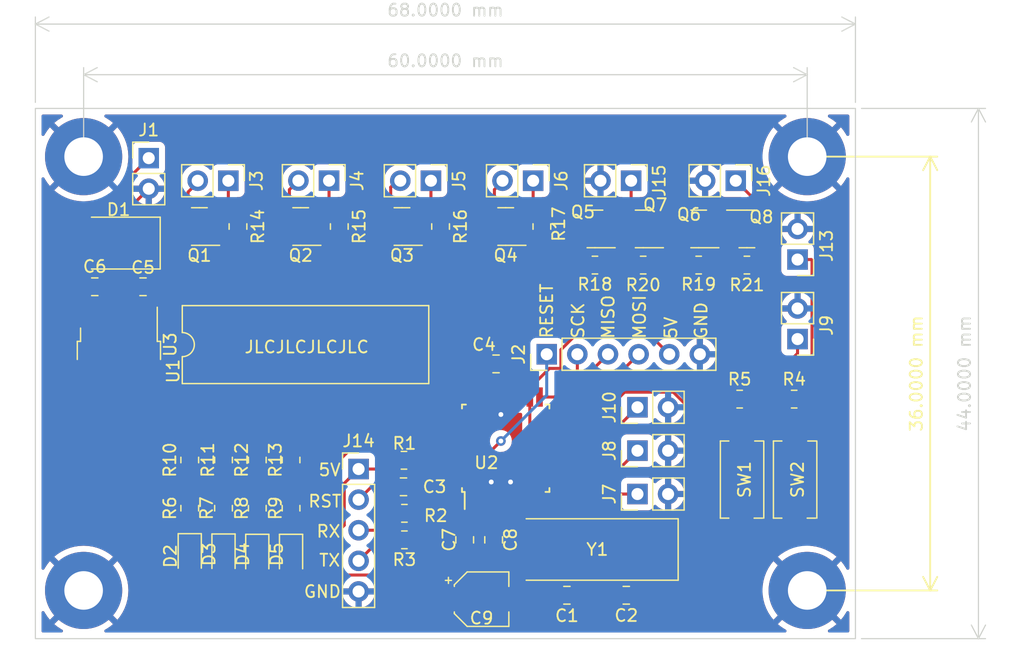
<source format=kicad_pcb>
(kicad_pcb (version 20211014) (generator pcbnew)
  (layers (0 "F.Cu" signal) (31 "B.Cu" signal) (34 "B.Paste" user) (35 "F.Paste" user) (36 "B.SilkS" user "B.Silkscreen") (37 "F.SilkS" user "F.Silkscreen") (38 "B.Mask" user) (39 "F.Mask" user) (44 "Edge.Cuts" user))
  (net 0 "")
  (net 1 "Net-(C1-Pad1)")
  (net 2 "GND")
  (net 3 "Net-(C2-Pad1)")
  (net 4 "RESET")
  (net 5 "Net-(C4-Pad1)")
  (net 6 "+12V")
  (net 7 "+5V")
  (net 8 "Net-(D1-Pad2)")
  (net 9 "Net-(D2-Pad1)")
  (net 10 "Net-(D3-Pad1)")
  (net 11 "Net-(D4-Pad1)")
  (net 12 "Net-(D5-Pad1)")
  (net 13 "Net-(R14-Pad1)")
  (net 14 "Net-(J3-Pad2)")
  (net 15 "Net-(J4-Pad1)")
  (net 16 "Net-(U3-Pad13)")
  (net 17 "Net-(J5-Pad1)")
  (net 18 "MISO")
  (net 19 "SCK")
  (net 20 "MOSI")
  (net 21 "CFG0")
  (net 22 "CFG1")
  (net 23 "IN1")
  (net 24 "CFG2")
  (net 25 "Net-(U3-Pad11)")
  (net 26 "Net-(J6-Pad1)")
  (net 27 "IN2")
  (net 28 "MCU_RX")
  (net 29 "MCU_TX")
  (net 30 "Net-(U3-Pad9)")
  (net 31 "Net-(J15-Pad1)")
  (net 32 "Net-(J16-Pad1)")
  (net 33 "Net-(R14-Pad2)")
  (net 34 "Net-(U3-Pad14)")
  (net 35 "Net-(R2-Pad1)")
  (net 36 "Net-(R3-Pad1)")
  (net 37 "OUT_1")
  (net 38 "OUT_2")
  (net 39 "OUT_3")
  (net 40 "OUT_4")
  (net 41 "Net-(R10-Pad2)")
  (net 42 "Net-(R11-Pad2)")
  (net 43 "Net-(R12-Pad2)")
  (net 44 "Net-(R13-Pad2)")
  (net 48 "Net-(U3-Pad12)")
  (net 49 "Net-(U3-Pad10)")
  (net 50 "Net-(Q5-Pad1)")
  (net 51 "Net-(Q5-Pad3)")
  (net 52 "Net-(Q6-Pad1)")
  (net 53 "Net-(Q6-Pad3)")
  (net 54 "12V_OUT_1")
  (net 55 "12V_OUT_2")
  (net 57 "Net-(J14-Pad2)")
  (net 58 "Net-(U2-Pad13)")
  (net 59 "Net-(U2-Pad14)")
  (footprint "Resistor_SMD:R_0805_2012Metric_Pad1.20x1.40mm_HandSolder" (layer "F.Cu") (at 73.6 72.375 90)
    (fp_text reference "R6")
    (fp_text value "1k")
  )
  (footprint "Resistor_SMD:R_0805_2012Metric_Pad1.20x1.40mm_HandSolder" (layer "F.Cu") (at 76.4 68.375 90)
    (fp_text reference "R11")
    (fp_text value "190")
  )
  (footprint "Connector_PinHeader_2.54mm:PinHeader_1x05_P2.54mm_Vertical" (layer "F.Cu") (at 87.6 69.125)
    (fp_text reference "J14")
    (fp_text value "Conn_01x05_Male")
  )
  (footprint "Connector_PinHeader_2.54mm:PinHeader_1x02_P2.54mm_Vertical" (layer "F.Cu") (at 85.15 45.1925 -90)
    (fp_text reference "J4")
    (fp_text value "OUT 2")
  )
  (footprint "Resistor_SMD:R_0805_2012Metric_Pad1.20x1.40mm_HandSolder" (layer "F.Cu") (at 86 49 -90)
    (fp_text reference "R15")
    (fp_text value "R")
  )
  (footprint "Connector_PinHeader_2.54mm:PinHeader_1x02_P2.54mm_Vertical" (layer "F.Cu") (at 102.075 45.2 -90)
    (fp_text reference "J6")
    (fp_text value "OUT 4")
  )
  (footprint "Connector_PinHeader_2.54mm:PinHeader_1x02_P2.54mm_Vertical" (layer "F.Cu") (at 70.2 43.325)
    (fp_text reference "J1")
    (fp_text value "Jack-DC")
  )
  (footprint "Package_TO_SOT_SMD:SOT-23" (layer "F.Cu") (at 99.8 49 180)
    (fp_text reference "Q4")
    (fp_text value "DMG2301L")
  )
  (footprint "Resistor_SMD:R_0805_2012Metric_Pad1.20x1.40mm_HandSolder" (layer "F.Cu") (at 115.8 52.2)
    (fp_text reference "R19")
    (fp_text value "220")
  )
  (footprint "LED_SMD:LED_0805_2012Metric_Pad1.15x1.40mm_HandSolder" (layer "F.Cu") (at 79.2 76.4 -90)
    (fp_text reference "D4")
    (fp_text value "LED")
  )
  (footprint "Diode_SMD:D_SMB" (layer "F.Cu") (at 67.6 50.375 180)
    (fp_text reference "D1")
    (fp_text value "S2JTR")
  )
  (footprint "Resistor_SMD:R_0805_2012Metric_Pad1.20x1.40mm_HandSolder" (layer "F.Cu") (at 119.2 63.325)
    (fp_text reference "R5")
    (fp_text value "1k")
  )
  (footprint "Package_TO_SOT_SMD:SOT-23" (layer "F.Cu") (at 91.2 49 180)
    (fp_text reference "Q3")
    (fp_text value "DMG2301L")
  )
  (footprint "Capacitor_SMD:C_0805_2012Metric_Pad1.18x1.45mm_HandSolder" (layer "F.Cu") (at 109.8 79.6 180)
    (fp_text reference "C2")
    (fp_text value "C")
  )
  (footprint "LED_SMD:LED_0805_2012Metric_Pad1.15x1.40mm_HandSolder" (layer "F.Cu") (at 73.6 76.35 -90)
    (fp_text reference "D2")
    (fp_text value "LED")
  )
  (footprint "MountingHole:MountingHole_3.2mm_M3_Pad" (layer "F.Cu") (at 124.8 79.2)
    (fp_text reference "H4")
    (fp_text value "MountingHole_Pad")
  )
  (footprint "Package_TO_SOT_SMD:SOT-23" (layer "F.Cu") (at 115.8 49.2 180)
    (fp_text reference "Q6")
    (fp_text value "BC847")
  )
  (footprint "Resistor_SMD:R_0805_2012Metric_Pad1.20x1.40mm_HandSolder" (layer "F.Cu") (at 119.8 52.2 180)
    (fp_text reference "R21")
    (fp_text value "10k")
  )
  (footprint "Resistor_SMD:R_0805_2012Metric_Pad1.20x1.40mm_HandSolder" (layer "F.Cu") (at 91.4 72.8 180)
    (fp_text reference "R2")
    (fp_text value "1k")
  )
  (footprint "Capacitor_SMD:C_0805_2012Metric_Pad1.18x1.45mm_HandSolder" (layer "F.Cu") (at 98.8 75 -90)
    (fp_text reference "C8")
    (fp_text value "1uF")
  )
  (footprint "LED_SMD:LED_0805_2012Metric_Pad1.15x1.40mm_HandSolder" (layer "F.Cu") (at 76.4 76.375 -90)
    (fp_text reference "D3")
    (fp_text value "LED")
  )
  (footprint "Resistor_SMD:R_0805_2012Metric_Pad1.20x1.40mm_HandSolder" (layer "F.Cu") (at 111.2 52.2 180)
    (fp_text reference "R20")
    (fp_text value "10k")
  )
  (footprint "Connector_PinHeader_2.54mm:PinHeader_1x02_P2.54mm_Vertical" (layer "F.Cu") (at 124 58.34 180)
    (fp_text reference "J9")
    (fp_text value "IN1")
  )
  (footprint "Package_TO_SOT_SMD:SOT-23" (layer "F.Cu") (at 82.8 49 180)
    (fp_text reference "Q2")
    (fp_text value "DMG2301L")
  )
  (footprint "Resistor_SMD:R_0805_2012Metric_Pad1.20x1.40mm_HandSolder" (layer "F.Cu") (at 102.8 49 -90)
    (fp_text reference "R17")
    (fp_text value "R")
  )
  (footprint "Capacitor_SMD:C_0805_2012Metric_Pad1.18x1.45mm_HandSolder" (layer "F.Cu") (at 104.875 79.6)
    (fp_text reference "C1")
    (fp_text value "C")
  )
  (footprint "Connector_PinHeader_2.54mm:PinHeader_1x06_P2.54mm_Vertical" (layer "F.Cu") (at 103.2 59.6 90)
    (fp_text reference "J2")
    (fp_text value "ISP")
  )
  (footprint "Crystal:Crystal_SMD_HC49-SD" (layer "F.Cu") (at 107.4 75.8 180)
    (fp_text reference "Y1")
    (fp_text value "Crystal")
  )
  (footprint "Connector_PinHeader_2.54mm:PinHeader_1x02_P2.54mm_Vertical" (layer "F.Cu") (at 93.6 45.2 -90)
    (fp_text reference "J5")
    (fp_text value "OUT 3")
  )
  (footprint "Resistor_SMD:R_0805_2012Metric_Pad1.20x1.40mm_HandSolder" (layer "F.Cu") (at 76.4 72.375 90)
    (fp_text reference "R7")
    (fp_text value "1k")
  )
  (footprint "Resistor_SMD:R_0805_2012Metric_Pad1.20x1.40mm_HandSolder" (layer "F.Cu") (at 91.3625 68.4 180)
    (fp_text reference "R1")
    (fp_text value "1k")
  )
  (footprint "Resistor_SMD:R_0805_2012Metric_Pad1.20x1.40mm_HandSolder" (layer "F.Cu") (at 82 72.375 90)
    (fp_text reference "R9")
    (fp_text value "1k")
  )
  (footprint "Package_TO_SOT_SMD:SOT-23" (layer "F.Cu") (at 119.8 49.2)
    (fp_text reference "Q8")
    (fp_text value "DMG2301L")
  )
  (footprint "Package_QFP:TQFP-32_7x7mm_P0.8mm" (layer "F.Cu") (at 99.8 67.4 90)
    (fp_text reference "U2")
    (fp_text value "ATmega8A-A")
  )
  (footprint "Resistor_SMD:R_0805_2012Metric_Pad1.20x1.40mm_HandSolder" (layer "F.Cu") (at 107.2 52.2)
    (fp_text reference "R18")
    (fp_text value "220")
  )
  (footprint "Resistor_SMD:R_0805_2012Metric_Pad1.20x1.40mm_HandSolder" (layer "F.Cu") (at 94.4 49 -90)
    (fp_text reference "R16")
    (fp_text value "R")
  )
  (footprint "Connector_PinHeader_2.54mm:PinHeader_1x02_P2.54mm_Vertical" (layer "F.Cu") (at 124 51.74 180)
    (fp_text reference "J13")
    (fp_text value "IN2")
  )
  (footprint "Package_TO_SOT_SMD:TO-252-2" (layer "F.Cu") (at 67.725 61 -90)
    (fp_text reference "U1")
    (fp_text value "L7805")
  )
  (footprint "Capacitor_SMD:CP_Elec_4x4.5" (layer "F.Cu") (at 97.8 79.925)
    (fp_text reference "C9")
    (fp_text value "4.7uF")
  )
  (footprint "Resistor_SMD:R_0805_2012Metric_Pad1.20x1.40mm_HandSolder" (layer "F.Cu") (at 123.72 63.325)
    (fp_text reference "R4")
    (fp_text value "1k")
  )
  (footprint "Capacitor_SMD:C_0805_2012Metric_Pad1.18x1.45mm_HandSolder" (layer "F.Cu") (at 99 60.4 180)
    (fp_text reference "C4")
    (fp_text value "100nF")
  )
  (footprint "Resistor_SMD:R_0805_2012Metric_Pad1.20x1.40mm_HandSolder" (layer "F.Cu") (at 73.6 68.375 90)
    (fp_text reference "R10")
    (fp_text value "190")
  )
  (footprint "Resistor_SMD:R_0805_2012Metric_Pad1.20x1.40mm_HandSolder" (layer "F.Cu") (at 79.2 68.375 90)
    (fp_text reference "R12")
    (fp_text value "190")
  )
  (footprint "Connector_PinHeader_2.54mm:PinHeader_1x02_P2.54mm_Vertical" (layer "F.Cu") (at 118.875 45.2 -90)
    (fp_text reference "J16")
    (fp_text value "12V OUT 2")
  )
  (footprint "Resistor_SMD:R_0805_2012Metric_Pad1.20x1.40mm_HandSolder" (layer "F.Cu") (at 82 68.375 90)
    (fp_text reference "R13")
    (fp_text value "190")
  )
  (footprint "Package_DIP:SMDIP-16_W9.53mm" (layer "F.Cu") (at 83.2 58.8 90)
    (fp_text reference "U3")
    (fp_text value "LTV-847S")
  )
  (footprint "Package_TO_SOT_SMD:SOT-23" (layer "F.Cu") (at 107.2 49.2 180)
    (fp_text reference "Q5")
    (fp_text value "BC847")
  )
  (footprint "MountingHole:MountingHole_3.2mm_M3_Pad" (layer "F.Cu") (at 64.8 79.2)
    (fp_text reference "H1")
    (fp_text value "MountingHole_Pad")
  )
  (footprint "Connector_PinHeader_2.54mm:PinHeader_1x02_P2.54mm_Vertical" (layer "F.Cu") (at 110.725 67.6 90)
    (fp_text reference "J8")
    (fp_text value "Conn_01x02_Female")
  )
  (footprint "Capacitor_SMD:C_0805_2012Metric_Pad1.18x1.45mm_HandSolder" (layer "F.Cu") (at 91.325 70.6)
    (fp_text reference "C3")
    (fp_text value "100nF")
  )
  (footprint "Resistor_SMD:R_0805_2012Metric_Pad1.20x1.40mm_HandSolder" (layer "F.Cu") (at 79.2 72.375 90)
    (fp_text reference "R8")
    (fp_text value "1k")
  )
  (footprint "MountingHole:MountingHole_3.2mm_M3_Pad" (layer "F.Cu") (at 64.8 43.2)
    (fp_text reference "H3")
    (fp_text value "MountingHole_Pad")
  )
  (footprint "MountingHole:MountingHole_3.2mm_M3_Pad" (layer "F.Cu") (at 124.8 43.2)
    (fp_text reference "H2")
    (fp_text value "MountingHole_Pad")
  )
  (footprint "Button_Switch_SMD:PTS636_SL43_SMTR_LFS" (layer "F.Cu") (at 123.6 70 90)
    (fp_text reference "SW2")
    (fp_text value "IN1")
  )
  (footprint "Resistor_SMD:R_0805_2012Metric_Pad1.20x1.40mm_HandSolder" (layer "F.Cu") (at 91.4 75 180)
    (fp_text reference "R3")
    (fp_text value "1k")
  )
  (footprint "Connector_PinHeader_2.54mm:PinHeader_1x02_P2.54mm_Vertical" (layer "F.Cu") (at 76.8 45.2 -90)
    (fp_text reference "J3")
    (fp_text value "OUT 1")
  )
  (footprint "Package_TO_SOT_SMD:SOT-23" (layer "F.Cu") (at 74.4 49 180)
    (fp_text reference "Q1")
    (fp_text value "DMG2301L")
  )
  (footprint "Resistor_SMD:R_0805_2012Metric_Pad1.20x1.40mm_HandSolder" (layer "F.Cu") (at 77.6 49 -90)
    (fp_text reference "R14")
    (fp_text value "R")
  )
  (footprint "LED_SMD:LED_0805_2012Metric_Pad1.15x1.40mm_HandSolder" (layer "F.Cu") (at 82 76.4 -90)
    (fp_text reference "D5")
    (fp_text value "LED")
  )
  (footprint "Connector_PinHeader_2.54mm:PinHeader_1x02_P2.54mm_Vertical" (layer "F.Cu") (at 110.2 45.2 -90)
    (fp_text reference "J15")
    (fp_text value "12V OUT 1")
  )
  (footprint "Connector_PinHeader_2.54mm:PinHeader_1x02_P2.54mm_Vertical" (layer "F.Cu") (at 110.725 71.2 90)
    (fp_text reference "J7")
    (fp_text value "Conn_01x02_Female")
  )
  (footprint "Package_TO_SOT_SMD:SOT-23" (layer "F.Cu") (at 111.2 49.2 180)
    (fp_text reference "Q7")
    (fp_text value "DMG2301L")
  )
  (footprint "Capacitor_SMD:C_0805_2012Metric_Pad1.18x1.45mm_HandSolder" (layer "F.Cu") (at 96.4 75 -90)
    (fp_text reference "C7")
    (fp_text value "1uF")
  )
  (footprint "Capacitor_SMD:C_0805_2012Metric_Pad1.18x1.45mm_HandSolder" (layer "F.Cu") (at 69.725 54 180)
    (fp_text reference "C5")
    (fp_text value "10uF")
  )
  (footprint "Capacitor_SMD:C_0805_2012Metric_Pad1.18x1.45mm_HandSolder" (layer "F.Cu") (at 65.725 54)
    (fp_text reference "C6")
    (fp_text value "100nF")
  )
  (footprint "Connector_PinHeader_2.54mm:PinHeader_1x02_P2.54mm_Vertical" (layer "F.Cu") (at 110.725 64 90)
    (fp_text reference "J10")
    (fp_text value "Conn_01x02_Female")
  )
  (footprint "Button_Switch_SMD:PTS636_SL43_SMTR_LFS" (layer "F.Cu") (at 119.2 70 90)
    (fp_text reference "SW1")
    (fp_text value "IN1")
  )
  (gr_rect (start 60.8 39.2) (end 128.8 83.2) (layer "Edge.Cuts") (width 0.1) (fill none))
  (gr_text "RESET" (at 103.2 56 90) (layer "F.SilkS") (effects (font (size 1 1))))
  (gr_text "SCK" (at 105.8 56.8 90) (layer "F.SilkS") (effects (font (size 1 1))))
  (gr_text "5V" (at 85.2 69.2) (layer "F.SilkS") (effects (font (size 1 1))))
  (gr_text "MOSI" (at 110.9 56.5 90) (layer "F.SilkS") (effects (font (size 1 1))))
  (gr_text "JLCJLCJLCJLC" (at 83.3 59) (layer "F.SilkS") (effects (font (size 1 1))))
  (gr_text "MISO" (at 108.3 56.5 90) (layer "F.SilkS") (effects (font (size 1 1))))
  (gr_text "5V" (at 113.5 57.4 90) (layer "F.SilkS") (effects (font (size 1 1))))
  (gr_text "GND" (at 116 56.8 90) (layer "F.SilkS") (effects (font (size 1 1))))
  (gr_text "RX" (at 85.1 74.3) (layer "F.SilkS") (effects (font (size 1 1))))
  (gr_text "TX" (at 85.2 76.7) (layer "F.SilkS") (effects (font (size 1 1))))
  (gr_text "RST" (at 84.8 71.8) (layer "F.SilkS") (effects (font (size 1 1))))
  (gr_text "GND" (at 84.6 79.3) (layer "F.SilkS") (effects (font (size 1 1))))
  (dimension (type aligned) (layer "F.SilkS") (pts (xy 124.8 43.2) (xy 124.8 79.2)) (height -10.2) (gr_text "36,0000 mm" (at 133.85 61.2 90) (layer "F.SilkS") (effects (font (size 1 1) (thickness 0.15)))) (format (units 3) (units_format 1) (precision 4)) (style (thickness 0.15) (arrow_length 1.27) (text_position_mode 0) (extension_height 0.58642) (extension_offset 0.5) keep_text_aligned))
  (dimension (type aligned) (layer "Edge.Cuts") (pts (xy 60.8 39.2) (xy 128.8 39.2)) (height -7) (gr_text "68,0000 mm" (at 94.8 31.05) (layer "Edge.Cuts") (effects (font (size 1 1) (thickness 0.15)))) (format (units 3) (units_format 1) (precision 4)) (style (thickness 0.1) (arrow_length 1.27) (text_position_mode 0) (extension_height 0.58642) (extension_offset 0.5) keep_text_aligned))
  (dimension (type aligned) (layer "Edge.Cuts") (pts (xy 128.8 83.2) (xy 128.8 39.2)) (height 10.2) (gr_text "44,0000 mm" (at 137.85 61.2 90) (layer "Edge.Cuts") (effects (font (size 1 1) (thickness 0.15)))) (format (units 3) (units_format 1) (precision 4)) (style (thickness 0.1) (arrow_length 1.27) (text_position_mode 0) (extension_height 0.58642) (extension_offset 0.5) keep_text_aligned))
  (dimension (type aligned) (layer "Edge.Cuts") (pts (xy 64.8 43.2) (xy 124.8 43.2)) (height -6.8) (gr_text "60,0000 mm" (at 94.8 35.25) (layer "Edge.Cuts") (effects (font (size 1 1) (thickness 0.15)))) (format (units 3) (units_format 1) (precision 4)) (style (thickness 0.1) (arrow_length 1.27) (text_position_mode 0) (extension_height 0.58642) (extension_offset 0.5) keep_text_aligned))
  (segment (start 101.8 74.45) (end 103.15 75.8) (width 0.25) (layer "F.Cu") (net 1))
  (segment (start 103.15 78.9125) (end 103.15 75.8) (width 0.25) (layer "F.Cu") (net 1))
  (segment (start 101.8 71.65) (end 101.8 74.45) (width 0.25) (layer "F.Cu") (net 1))
  (segment (start 103.8375 79.6) (end 103.15 78.9125) (width 0.25) (layer "F.Cu") (net 1))
  (segment (start 66.7625 54) (end 67.6 54) (width 0.25) (layer "F.Cu") (net 2))
  (segment (start 97.9625 60.4) (end 99.4 61.8375) (width 0.25) (layer "F.Cu") (net 2))
  (segment (start 116.335 45.2) (end 116.335 47.8475) (width 0.25) (layer "F.Cu") (net 2))
  (segment (start 67.8 54) (end 68.6875 54) (width 0.25) (layer "F.Cu") (net 2))
  (segment (start 70.2 45.865) (end 67.8 48.265) (width 0.25) (layer "F.Cu") (net 2))
  (segment (start 105.9125 79.6) (end 108.7625 79.6) (width 0.25) (layer "F.Cu") (net 2))
  (segment (start 108.1375 48.25) (end 107.66 47.7725) (width 0.25) (layer "F.Cu") (net 2))
  (segment (start 98.8 76.0375) (end 98.8 79.125) (width 0.25) (layer "F.Cu") (net 2))
  (segment (start 100.2 74.6375) (end 100.2 71.65) (width 0.25) (layer "F.Cu") (net 2))
  (segment (start 107.66 47.7725) (end 107.66 45.2) (width 0.25) (layer "F.Cu") (net 2))
  (segment (start 67.8 48.265) (end 67.8 54) (width 0.25) (layer "F.Cu") (net 2))
  (segment (start 98.6 71.65) (end 98.6 70.2) (width 0.25) (layer "F.Cu") (net 2))
  (segment (start 98.8 76.0375) (end 100.2 74.6375) (width 0.25) (layer "F.Cu") (net 2))
  (segment (start 116.335 47.8475) (end 116.7375 48.25) (width 0.25) (layer "F.Cu") (net 2))
  (segment (start 98.8 76.0375) (end 96.4 76.0375) (width 0.25) (layer "F.Cu") (net 2))
  (segment (start 99.4 63.15) (end 99.4 64.6) (width 0.25) (layer "F.Cu") (net 2))
  (segment (start 99.6 79.925) (end 100.325 80.65) (width 0.25) (layer "F.Cu") (net 2))
  (segment (start 67.6 54) (end 67.8 54) (width 0.25) (layer "F.Cu") (net 2))
  (segment (start 98.8 79.125) (end 99.6 79.925) (width 0.25) (layer "F.Cu") (net 2))
  (segment (start 100.2 71.65) (end 100.2 70.2) (width 0.25) (layer "F.Cu") (net 2))
  (segment (start 99.4 61.8375) (end 99.4 63.15) (width 0.25) (layer "F.Cu") (net 2))
  (via (at 98.6 70.2) (size 0.8) (drill 0.4) (layers "F.Cu" "B.Cu") (net 2))
  (via (at 99.4 64.6) (size 0.8) (drill 0.4) (layers "F.Cu" "B.Cu") (net 2))
  (via (at 100.2 70.2) (size 0.8) (drill 0.4) (layers "F.Cu" "B.Cu") (net 2))
  (segment (start 102.6 71.65) (end 107.5 71.65) (width 0.25) (layer "F.Cu") (net 3))
  (segment (start 107.5 71.65) (end 111.65 75.8) (width 0.25) (layer "F.Cu") (net 3))
  (segment (start 110.8375 79.6) (end 111.65 78.7875) (width 0.25) (layer "F.Cu") (net 3))
  (segment (start 111.65 78.7875) (end 111.65 75.8) (width 0.25) (layer "F.Cu") (net 3))
  (segment (start 92.9625 67.8) (end 95.55 67.8) (width 0.25) (layer "F.Cu") (net 4))
  (segment (start 92.3625 68.4) (end 92.9625 67.8) (width 0.25) (layer "F.Cu") (net 4))
  (segment (start 92.3625 70.6) (end 92.3625 68.4) (width 0.25) (layer "F.Cu") (net 4))
  (segment (start 95.55 67.8) (end 98.4 67.8) (width 0.25) (layer "F.Cu") (net 4))
  (segment (start 98.4 67.8) (end 99.4 66.8) (width 0.25) (layer "F.Cu") (net 4))
  (via (at 99.4 66.8) (size 0.8) (drill 0.4) (layers "F.Cu" "B.Cu") (net 4))
  (segment (start 103.2 63) (end 103.2 59.6) (width 0.25) (layer "B.Cu") (net 4))
  (segment (start 99.4 66.8) (end 103.2 63) (width 0.25) (layer "B.Cu") (net 4))
  (segment (start 100.0375 60.4) (end 100.2 60.5625) (width 0.25) (layer "F.Cu") (net 5))
  (segment (start 100.2 60.5625) (end 100.2 63.15) (width 0.25) (layer "F.Cu") (net 5))
  (segment (start 70.7625 54) (end 70.7625 54.5625) (width 0.25) (layer "F.Cu") (net 6))
  (segment (start 69.75 50.375) (end 69.75 52.9875) (width 0.25) (layer "F.Cu") (net 6))
  (segment (start 117.875 52.888173) (end 118.786827 53.8) (width 0.25) (layer "F.Cu") (net 6))
  (segment (start 95.8 56.8) (end 101.425 51.175) (width 0.25) (layer "F.Cu") (net 6))
  (segment (start 70.005 54.7575) (end 70.7625 54) (width 0.25) (layer "F.Cu") (net 6))
  (segment (start 70.005 56.8) (end 70.005 54.7575) (width 0.25) (layer "F.Cu") (net 6))
  (segment (start 117.875 51.1375) (end 117.875 52.888173) (width 0.25) (layer "F.Cu") (net 6))
  (segment (start 118.2375 49.525) (end 115.953249 49.525) (width 0.25) (layer "F.Cu") (net 6))
  (segment (start 113.2 49.3125) (end 113.2 50.2) (width 0.25) (layer "F.Cu") (net 6))
  (segment (start 107.275 51.511827) (end 107.275 52.888173) (width 0.25) (layer "F.Cu") (net 6))
  (segment (start 113.2 50.2) (end 113.2 51.2) (width 0.25) (layer "F.Cu") (net 6))
  (segment (start 111 53.4) (end 112.2 52.2) (width 0.25) (layer "F.Cu") (net 6))
  (segment (start 107.275 52.888173) (end 107.786827 53.4) (width 0.25) (layer "F.Cu") (net 6))
  (segment (start 69.75 52.9875) (end 70.7625 54) (width 0.25) (layer "F.Cu") (net 6))
  (segment (start 101.425 51.175) (end 106.938173 51.175) (width 0.25) (layer "F.Cu") (net 6))
  (segment (start 115.278249 50.2) (end 113.2 50.2) (width 0.25) (layer "F.Cu") (net 6))
  (segment (start 118.8625 50.15) (end 117.875 51.1375) (width 0.25) (layer "F.Cu") (net 6))
  (segment (start 107.786827 53.4) (end 111 53.4) (width 0.25) (layer "F.Cu") (net 6))
  (segment (start 113.2 51.2) (end 112.2 52.2) (width 0.25) (layer "F.Cu") (net 6))
  (segment (start 73 56.8) (end 95.8 56.8) (width 0.25) (layer "F.Cu") (net 6))
  (segment (start 106.938173 51.175) (end 107.275 51.511827) (width 0.25) (layer "F.Cu") (net 6))
  (segment (start 115.953249 49.525) (end 115.278249 50.2) (width 0.25) (layer "F.Cu") (net 6))
  (segment (start 112.1375 48.25) (end 113.2 49.3125) (width 0.25) (layer "F.Cu") (net 6))
  (segment (start 119.2 53.8) (end 120.8 52.2) (width 0.25) (layer "F.Cu") (net 6))
  (segment (start 118.786827 53.8) (end 119.2 53.8) (width 0.25) (layer "F.Cu") (net 6))
  (segment (start 118.8625 50.15) (end 118.2375 49.525) (width 0.25) (layer "F.Cu") (net 6))
  (segment (start 70.7625 54.5625) (end 73 56.8) (width 0.25) (layer "F.Cu") (net 6))
  (segment (start 89.6375 69.125) (end 90.3625 68.4) (width 0.25) (layer "F.Cu") (net 7))
  (segment (start 88.225 62.24) (end 89.55 63.565) (width 0.25) (layer "F.Cu") (net 7))
  (segment (start 74.31 63.565) (end 72.575 65.3) (width 0.25) (layer "F.Cu") (net 7))
  (segment (start 101.8 62.4) (end 101.8 63.15) (width 0.25) (layer "F.Cu") (net 7))
  (segment (start 78.065 62.24) (end 79.39 63.565) (width 0.25) (layer "F.Cu") (net 7))
  (segment (start 104.375 60.775) (end 103.425 60.775) (width 0.25) (layer "F.Cu") (net 7))
  (segment (start 72.575 65.3) (end 72.575 76.35) (width 0.25) (layer "F.Cu") (net 7))
  (segment (start 64.6875 54) (end 65.445 54.7575) (width 0.25) (layer "F.Cu") (net 7))
  (segment (start 99.4 73.3625) (end 99.4 71.65) (width 0.25) (layer "F.Cu") (net 7))
  (segment (start 93.995 77.92) (end 96 79.925) (width 0.25) (layer "F.Cu") (net 7))
  (segment (start 68.22 59.575) (end 71.575 59.575) (width 0.25) (layer "F.Cu") (net 7))
  (segment (start 101.8 67.4) (end 101.8 63.15) (width 0.25) (layer "F.Cu") (net 7))
  (segment (start 82.495 77.92) (end 93.995 77.92) (width 0.25) (layer "F.Cu") (net 7))
  (segment (start 84.47 63.565) (end 85.795 62.24) (width 0.25) (layer "F.Cu") (net 7))
  (segment (start 85.795 62.24) (end 88.225 62.24) (width 0.25) (layer "F.Cu") (net 7))
  (segment (start 99.4 71.65) (end 99.4 69.8) (width 0.25) (layer "F.Cu") (net 7))
  (segment (start 95.35 75.0125) (end 95.35 79.275) (width 0.25) (layer "F.Cu") (net 7))
  (segment (start 104.375 59.225) (end 104.375 60.775) (width 0.25) (layer "F.Cu") (net 7))
  (segment (start 73.6 77.375) (end 76.375 77.375) (width 0.25) (layer "F.Cu") (net 7))
  (segment (start 75.635 62.24) (end 78.065 62.24) (width 0.25) (layer "F.Cu") (net 7))
  (segment (start 79.175 77.4) (end 79.2 77.425) (width 0.25) (layer "F.Cu") (net 7))
  (segment (start 79.39 63.565) (end 80.715 62.24) (width 0.25) (layer "F.Cu") (net 7))
  (segment (start 74.31 63.565) (end 75.635 62.24) (width 0.25) (layer "F.Cu") (net 7))
  (segment (start 65.445 54.7575) (end 65.445 56.8) (width 0.25) (layer "F.Cu") (net 7))
  (segment (start 76.375 77.375) (end 76.4 77.4) (width 0.25) (layer "F.Cu") (net 7))
  (segment (start 95.35 79.275) (end 96 79.925) (width 0.25) (layer "F.Cu") (net 7))
  (segment (start 71.575 59.575) (end 74.31 62.31) (width 0.25) (layer "F.Cu") (net 7))
  (segment (start 98.8 73.9625) (end 96.4 73.9625) (width 0.25) (layer "F.Cu") (net 7))
  (segment (start 79.2 77.425) (end 82 77.425) (width 0.25) (layer "F.Cu") (net 7))
  (segment (start 86.414278 73.785722) (end 82.775 77.425) (width 0.25) (layer "F.Cu") (net 7))
  (segment (start 103.425 60.775) (end 101.8 62.4) (width 0.25) (layer "F.Cu") (net 7))
  (segment (start 82.775 77.425) (end 82 77.425) (width 0.25) (layer "F.Cu") (net 7))
  (segment (start 83.145 62.24) (end 84.47 63.565) (width 0.25) (layer "F.Cu") (net 7))
  (segment (start 80.715 62.24) (end 83.145 62.24) (width 0.25) (layer "F.Cu") (net 7))
  (segment (start 86.414278 70.310722) (end 86.414278 73.785722) (width 0.25) (layer "F.Cu") (net 7))
  (segment (start 98.8 73.9625) (end 99.4 73.3625) (width 0.25) (layer "F.Cu") (net 7))
  (segment (start 101.8 69.8) (end 101.8 67.4) (width 0.25) (layer "F.Cu") (net 7))
  (segment (start 72.575 76.35) (end 73.6 77.375) (width 0.25) (layer "F.Cu") (net 7))
  (segment (start 101 70.6) (end 101.8 69.8) (width 0.25) (layer "F.Cu") (net 7))
  (segment (start 101 71.65) (end 101 70.6) (width 0.25) (layer "F.Cu") (net 7))
  (segment (start 87.6 69.125) (end 86.414278 70.310722) (width 0.25) (layer "F.Cu") (net 7))
  (segment (start 82 77.425) (end 82.495 77.92) (width 0.25) (layer "F.Cu") (net 7))
  (segment (start 99.4 69.8) (end 101.8 67.4) (width 0.25) (layer "F.Cu") (net 7))
  (segment (start 65.445 56.8) (end 68.22 59.575) (width 0.25) (layer "F.Cu") (net 7))
  (segment (start 105.636443 57.963557) (end 104.375 59.225) (width 0.25) (layer "F.Cu") (net 7))
  (segment (start 87.6 69.125) (end 89.6375 69.125) (width 0.25) (layer "F.Cu") (net 7))
  (segment (start 74.31 62.31) (end 74.31 63.565) (width 0.25) (layer "F.Cu") (net 7))
  (segment (start 113.36 59.6) (end 111.723557 57.963557) (width 0.25) (layer "F.Cu") (net 7))
  (segment (start 96.4 73.9625) (end 95.35 75.0125) (width 0.25) (layer "F.Cu") (net 7))
  (segment (start 76.4 77.4) (end 79.175 77.4) (width 0.25) (layer "F.Cu") (net 7))
  (segment (start 111.723557 57.963557) (end 105.636443 57.963557) (width 0.25) (layer "F.Cu") (net 7))
  (segment (start 66.325 49.5) (end 65.45 50.375) (width 0.25) (layer "F.Cu") (net 8))
  (segment (start 65.45 48.075) (end 70.2 43.325) (width 0.25) (layer "F.Cu") (net 8))
  (segment (start 65.45 50.375) (end 65.45 48.075) (width 0.25) (layer "F.Cu") (net 8))
  (segment (start 73.6 73.375) (end 73.6 75.325) (width 0.25) (layer "F.Cu") (net 9))
  (segment (start 76.4 73.375) (end 76.4 75.35) (width 0.25) (layer "F.Cu") (net 10))
  (segment (start 79.2 73.375) (end 79.2 75.375) (width 0.25) (layer "F.Cu") (net 11))
  (segment (start 82 73.375) (end 82 75.375) (width 0.25) (layer "F.Cu") (net 12))
  (segment (start 77.55 48.05) (end 77.6 48) (width 0.25) (layer "F.Cu") (net 13))
  (segment (start 77.42 48.05) (end 77.6 47.87) (width 0.25) (layer "F.Cu") (net 13))
  (segment (start 77.6 48) (end 76.8 47.2) (width 0.25) (layer "F.Cu") (net 13))
  (segment (start 76.8 47.2) (end 76.8 45.2) (width 0.25) (layer "F.Cu") (net 13))
  (segment (start 75.3375 48.05) (end 77.55 48.05) (width 0.25) (layer "F.Cu") (net 13))
  (segment (start 73.4625 49) (end 73.4625 46.1375) (width 0.25) (layer "F.Cu") (net 14))
  (segment (start 75.485 55.4) (end 76.85 54.035) (width 0.25) (layer "F.Cu") (net 14))
  (segment (start 73.095 55.295) (end 73.2 55.4) (width 0.25) (layer "F.Cu") (net 14))
  (segment (start 74.26 45.2) (end 73.8 45.2) (width 0.25) (layer "F.Cu") (net 14))
  (segment (start 73.2 55.4) (end 75.485 55.4) (width 0.25) (layer "F.Cu") (net 14))
  (segment (start 73.4625 49) (end 73.095 49.3675) (width 0.25) (layer "F.Cu") (net 14))
  (segment (start 73.8 45.2) (end 73.6 45.4) (width 0.25) (layer "F.Cu") (net 14))
  (segment (start 74.26 45.34) (end 74.26 45.2) (width 0.25) (layer "F.Cu") (net 14))
  (segment (start 73.6 48.9375) (end 73.6625 49) (width 0.25) (layer "F.Cu") (net 14))
  (segment (start 73.095 49.3675) (end 73.095 55.295) (width 0.25) (layer "F.Cu") (net 14))
  (segment (start 73.4625 46.1375) (end 74.26 45.34) (width 0.25) (layer "F.Cu") (net 14))
  (segment (start 86 48) (end 85.15 47.15) (width 0.25) (layer "F.Cu") (net 15))
  (segment (start 83.7375 48.05) (end 85.95 48.05) (width 0.25) (layer "F.Cu") (net 15))
  (segment (start 85.95 48.05) (end 86 48) (width 0.25) (layer "F.Cu") (net 15))
  (segment (start 85.15 47.15) (end 85.15 45.1925) (width 0.25) (layer "F.Cu") (net 15))
  (segment (start 81.8625 49) (end 81.8625 45.9375) (width 0.25) (layer "F.Cu") (net 16))
  (segment (start 82.6075 45.1925) (end 82.61 45.1925) (width 0.25) (layer "F.Cu") (net 16))
  (segment (start 78.215 55.4) (end 80.565 55.4) (width 0.25) (layer "F.Cu") (net 16))
  (segment (start 81.8625 45.9375) (end 82.6075 45.1925) (width 0.25) (layer "F.Cu") (net 16))
  (segment (start 78.065 55.25) (end 78.215 55.4) (width 0.25) (layer "F.Cu") (net 16))
  (segment (start 80.565 55.4) (end 81.93 54.035) (width 0.25) (layer "F.Cu") (net 16))
  (segment (start 78.065 52.7975) (end 78.065 55.25) (width 0.25) (layer "F.Cu") (net 16))
  (segment (start 81.8625 49) (end 78.065 52.7975) (width 0.25) (layer "F.Cu") (net 16))
  (segment (start 93.6 45.2) (end 93.6 47.2) (width 0.25) (layer "F.Cu") (net 17))
  (segment (start 93.6 47.2) (end 94.4 48) (width 0.25) (layer "F.Cu") (net 17))
  (segment (start 92.1375 48.05) (end 94.35 48.05) (width 0.25) (layer "F.Cu") (net 17))
  (segment (start 94.35 48.05) (end 94.4 48) (width 0.25) (layer "F.Cu") (net 17))
  (segment (start 108.28 59.6) (end 104.05 63.83) (width 0.25) (layer "F.Cu") (net 18))
  (segment (start 104.05 63.83) (end 104.05 64.6) (width 0.25) (layer "F.Cu") (net 18))
  (segment (start 102.6 63.15) (end 103.85 63.15) (width 0.25) (layer "F.Cu") (net 19))
  (segment (start 102.6 62.74) (end 102.6 63.15) (width 0.25) (layer "F.Cu") (net 19))
  (segment (start 103.85 63.15) (end 105.74 61.26) (width 0.25) (layer "F.Cu") (net 19))
  (segment (start 105.74 61.26) (end 105.74 59.6) (width 0.25) (layer "F.Cu") (net 19))
  (segment (start 110.82 59.6) (end 105.02 65.4) (width 0.25) (layer "F.Cu") (net 20))
  (segment (start 105.02 65.4) (end 104.05 65.4) (width 0.25) (layer "F.Cu") (net 20))
  (segment (start 105.05 71.2) (end 104.05 70.2) (width 0.25) (layer "F.Cu") (net 21))
  (segment (start 110.725 71.2) (end 105.05 71.2) (width 0.25) (layer "F.Cu") (net 21))
  (segment (start 104.05 69.4) (end 108.925 69.4) (width 0.25) (layer "F.Cu") (net 22))
  (segment (start 110.725 67.6) (end 109.0625 69.2625) (width 0.25) (layer "F.Cu") (net 22))
  (segment (start 108.925 69.4) (end 109.0625 69.2625) (width 0.25) (layer "F.Cu") (net 22))
  (segment (start 120.2 63.325) (end 124 59.525) (width 0.25) (layer "F.Cu") (net 23))
  (segment (start 124 59.525) (end 124 58.34) (width 0.25) (layer "F.Cu") (net 23))
  (segment (start 120.2 63.325) (end 119.4 64.125) (width 0.25) (layer "F.Cu") (net 23))
  (segment (start 119.4 64.125) (end 119.4 65.9) (width 0.25) (layer "F.Cu") (net 23))
  (segment (start 104.05 68.6) (end 106.125 68.6) (width 0.25) (layer "F.Cu") (net 24))
  (segment (start 106.125 68.6) (end 110.725 64) (width 0.25) (layer "F.Cu") (net 24))
  (segment (start 90.2625 49) (end 87.01 52.2525) (width 0.25) (layer "F.Cu") (net 25))
  (segment (start 90.2625 49) (end 90.2625 45.7375) (width 0.25) (layer "F.Cu") (net 25))
  (segment (start 90.2625 45.7375) (end 90.8 45.2) (width 0.25) (layer "F.Cu") (net 25))
  (segment (start 90.8 45.2) (end 91.06 45.2) (width 0.25) (layer "F.Cu") (net 25))
  (segment (start 87.01 52.2525) (end 87.01 54.035) (width 0.25) (layer "F.Cu") (net 25))
  (segment (start 102.075 47.275) (end 102.075 45.2) (width 0.25) (layer "F.Cu") (net 26))
  (segment (start 102.8 48) (end 102.075 47.275) (width 0.25) (layer "F.Cu") (net 26))
  (segment (start 102.8 48) (end 100.7875 48) (width 0.25) (layer "F.Cu") (net 26))
  (segment (start 100.7875 48) (end 100.7375 48.05) (width 0.25) (layer "F.Cu") (net 26))
  (segment (start 125.14 51.74) (end 125.2 51.8) (width 0.25) (layer "F.Cu") (net 27))
  (segment (start 125.2 62.845) (end 125.2 51.8) (width 0.25) (layer "F.Cu") (net 27))
  (segment (start 124 51.74) (end 125.14 51.74) (width 0.25) (layer "F.Cu") (net 27))
  (segment (start 124.72 63.325) (end 125.2 62.845) (width 0.25) (layer "F.Cu") (net 27))
  (segment (start 124.72 63.325) (end 123.8 64.245) (width 0.25) (layer "F.Cu") (net 27))
  (segment (start 123.8 64.245) (end 123.8 65.9) (width 0.25) (layer "F.Cu") (net 27))
  (segment (start 87.6 74.205) (end 88.995 74.205) (width 0.25) (layer "F.Cu") (net 28))
  (segment (start 88.995 74.205) (end 90.4 72.8) (width 0.25) (layer "F.Cu") (net 28))
  (segment (start 89.345 75) (end 87.6 76.745) (width 0.25) (layer "F.Cu") (net 29))
  (segment (start 90.4 75) (end 89.345 75) (width 0.25) (layer "F.Cu") (net 29))
  (segment (start 99.535 45.265) (end 99.535 45.2) (width 0.25) (layer "F.Cu") (net 30))
  (segment (start 98.8625 49) (end 98.8625 45.9375) (width 0.25) (layer "F.Cu") (net 30))
  (segment (start 98.8625 49) (end 93.8275 54.035) (width 0.25) (layer "F.Cu") (net 30))
  (segment (start 93.8275 54.035) (end 92.09 54.035) (width 0.25) (layer "F.Cu") (net 30))
  (segment (start 98.8625 45.9375) (end 99.535 45.265) (width 0.25) (layer "F.Cu") (net 30))
  (segment (start 110.2 45.2) (end 110.2 49.1375) (width 0.25) (layer "F.Cu") (net 31))
  (segment (start 110.2 49.1375) (end 110.2625 49.2) (width 0.25) (layer "F.Cu") (net 31))
  (segment (start 120.7375 49.2) (end 120.7375 47.0625) (width 0.25) (layer "F.Cu") (net 32))
  (segment (start 120.7375 47.0625) (end 118.875 45.2) (width 0.25) (layer "F.Cu") (net 32))
  (segment (start 74.31 50.9775) (end 74.31 54.035) (width 0.25) (layer "F.Cu") (net 33))
  (segment (start 77.6 50) (end 75.3875 50) (width 0.25) (layer "F.Cu") (net 33))
  (segment (start 75.3875 50) (end 75.3375 49.95) (width 0.25) (layer "F.Cu") (net 33))
  (segment (start 77.52 49.95) (end 77.6 49.87) (width 0.25) (layer "F.Cu") (net 33))
  (segment (start 75.3375 49.95) (end 74.31 50.9775) (width 0.25) (layer "F.Cu") (net 33))
  (segment (start 83.7375 49.95) (end 85.95 49.95) (width 0.25) (layer "F.Cu") (net 34))
  (segment (start 83.475 49.95) (end 79.39 54.035) (width 0.25) (layer "F.Cu") (net 34))
  (segment (start 85.95 49.95) (end 86 50) (width 0.25) (layer "F.Cu") (net 34))
  (segment (start 83.7375 49.95) (end 83.475 49.95) (width 0.25) (layer "F.Cu") (net 34))
  (segment (start 93.95 69.213604) (end 94.563604 68.6) (width 0.25) (layer "F.Cu") (net 35))
  (segment (start 92.4 72.8) (end 93.95 71.25) (width 0.25) (layer "F.Cu") (net 35))
  (segment (start 94.563604 68.6) (end 95.55 68.6) (width 0.25) (layer "F.Cu") (net 35))
  (segment (start 93.95 71.25) (end 93.95 69.213604) (width 0.25) (layer "F.Cu") (net 35))
  (segment (start 94.4 69.4) (end 95.55 69.4) (width 0.25) (layer "F.Cu") (net 36))
  (segment (start 94.4 73) (end 94.4 69.4) (width 0.25) (layer "F.Cu") (net 36))
  (segment (start 92.4 75) (end 94.4 73) (width 0.25) (layer "F.Cu") (net 36))
  (segment (start 82.563173 76.4) (end 85.964278 72.998895) (width 0.25) (layer "F.Cu") (net 37))
  (segment (start 73.6 69.375) (end 75.375 71.15) (width 0.25) (layer "F.Cu") (net 37))
  (segment (start 73.6 71.375) (end 73.6 69.375) (width 0.25) (layer "F.Cu") (net 37))
  (segment (start 78.636827 76.4) (end 82.563173 76.4) (width 0.25) (layer "F.Cu") (net 37))
  (segment (start 85.964278 68.435722) (end 87.15 67.25) (width 0.25) (layer "F.Cu") (net 37))
  (segment (start 94.15 67.25) (end 94.4 67) (width 0.25) (layer "F.Cu") (net 37))
  (segment (start 77.088173 72.3) (end 77.8 73.011827) (width 0.25) (layer "F.Cu") (net 37))
  (segment (start 75.375 71.15) (end 75.375 71.963173) (width 0.25) (layer "F.Cu") (net 37))
  (segment (start 75.711827 72.3) (end 77.088173 72.3) (width 0.25) (layer "F.Cu") (net 37))
  (segment (start 77.8 73.011827) (end 77.8 75.563173) (width 0.25) (layer "F.Cu") (net 37))
  (segment (start 75.375 71.963173) (end 75.711827 72.3) (width 0.25) (layer "F.Cu") (net 37))
  (segment (start 85.964278 72.998895) (end 85.964278 68.435722) (width 0.25) (layer "F.Cu") (net 37))
  (segment (start 94.4 67) (end 95.55 67) (width 0.25) (layer "F.Cu") (net 37))
  (segment (start 87.15 67.25) (end 94.15 67.25) (width 0.25) (layer "F.Cu") (net 37))
  (segment (start 77.8 75.563173) (end 78.636827 76.4) (width 0.25) (layer "F.Cu") (net 37))
  (segment (start 92.672792 66.8) (end 85.6 66.8) (width 0.25) (layer "F.Cu") (net 38))
  (segment (start 76.4 71.375) (end 76.975 71.375) (width 0.25) (layer "F.Cu") (net 38))
  (segment (start 85.6 66.8) (end 83.2 69.2) (width 0.25) (layer "F.Cu") (net 38))
  (segment (start 93.272792 66.2) (end 92.672792 66.8) (width 0.25) (layer "F.Cu") (net 38))
  (segment (start 76.4 71.375) (end 76.4 69.375) (width 0.25) (layer "F.Cu") (net 38))
  (segment (start 95.55 66.2) (end 93.272792 66.2) (width 0.25) (layer "F.Cu") (net 38))
  (segment (start 82.7 72.3) (end 77.9 72.3) (width 0.25) (layer "F.Cu") (net 38))
  (segment (start 83.2 71.8) (end 82.7 72.3) (width 0.25) (layer "F.Cu") (net 38))
  (segment (start 83.2 69.2) (end 83.2 71.8) (width 0.25) (layer "F.Cu") (net 38))
  (segment (start 76.975 71.375) (end 77.9 72.3) (width 0.25) (layer "F.Cu") (net 38))
  (segment (start 93.6 64.6) (end 95.55 64.6) (width 0.25) (layer "F.Cu") (net 39))
  (segment (start 92.35 65.85) (end 93.6 64.6) (width 0.25) (layer "F.Cu") (net 39))
  (segment (start 82.688173 68.3) (end 84.2 66.788173) (width 0.25) (layer "F.Cu") (net 39))
  (segment (start 79.2 69.375) (end 80.275 68.3) (width 0.25) (layer "F.Cu") (net 39))
  (segment (start 79.2 71.375) (end 79.2 69.375) (width 0.25) (layer "F.Cu") (net 39))
  (segment (start 84.35 65.85) (end 92.35 65.85) (width 0.25) (layer "F.Cu") (net 39))
  (segment (start 84.2 66.788173) (end 84.2 66) (width 0.25) (layer "F.Cu") (net 39))
  (segment (start 80.275 68.3) (end 82.688173 68.3) (width 0.25) (layer "F.Cu") (net 39))
  (segment (start 84.2 66) (end 84.35 65.85) (width 0.25) (layer "F.Cu") (net 39))
  (segment (start 84.8 66.824569) (end 82.249569 69.375) (width 0.25) (layer "F.Cu") (net 40))
  (segment (start 92.536396 66.3) (end 84.8 66.3) (width 0.25) (layer "F.Cu") (net 40))
  (segment (start 82.249569 69.375) (end 82 69.375) (width 0.25) (layer "F.Cu") (net 40))
  (segment (start 84.8 66.3) (end 84.8 66.824569) (width 0.25) (layer "F.Cu") (net 40))
  (segment (start 95.55 65.4) (end 93.436396 65.4) (width 0.25) (layer "F.Cu") (net 40))
  (segment (start 82 71.375) (end 82 69.375) (width 0.25) (layer "F.Cu") (net 40))
  (segment (start 93.436396 65.4) (end 92.536396 66.3) (width 0.25) (layer "F.Cu") (net 40))
  (segment (start 73.6 66.815) (end 76.85 63.565) (width 0.25) (layer "F.Cu") (net 41))
  (segment (start 73.6 67.375) (end 73.6 66.815) (width 0.25) (layer "F.Cu") (net 41))
  (segment (start 76.4 67.375) (end 77.325 66.45) (width 0.25) (layer "F.Cu") (net 42))
  (segment (start 79.045 66.45) (end 81.93 63.565) (width 0.25) (layer "F.Cu") (net 42))
  (segment (start 77.325 66.45) (end 79.045 66.45) (width 0.25) (layer "F.Cu") (net 42))
  (segment (start 85.685 64.89) (end 87.01 63.565) (width 0.25) (layer "F.Cu") (net 43))
  (segment (start 79.2 67.375) (end 81.685 64.89) (width 0.25) (layer "F.Cu") (net 43))
  (segment (start 81.685 64.89) (end 85.685 64.89) (width 0.25) (layer "F.Cu") (net 43))
  (segment (start 90.255 65.4) (end 82.6 65.4) (width 0.25) (layer "F.Cu") (net 44))
  (segment (start 82 66) (end 82 67.375) (width 0.25) (layer "F.Cu") (net 44))
  (segment (start 82.6 65.4) (end 82 66) (width 0.25) (layer "F.Cu") (net 44))
  (segment (start 92.09 63.565) (end 90.255 65.4) (width 0.25) (layer "F.Cu") (net 44))
  (segment (start 92.1375 49.95) (end 94.35 49.95) (width 0.25) (layer "F.Cu") (net 48))
  (segment (start 94.35 49.95) (end 94.4 50) (width 0.25) (layer "F.Cu") (net 48))
  (segment (start 88.185 55.4) (end 85.835 55.4) (width 0.25) (layer "F.Cu") (net 48))
  (segment (start 92.1375 49.95) (end 91.095 49.95) (width 0.25) (layer "F.Cu") (net 48))
  (segment (start 88.335 55.25) (end 88.185 55.4) (width 0.25) (layer "F.Cu") (net 48))
  (segment (start 85.835 55.4) (end 84.47 54.035) (width 0.25) (layer "F.Cu") (net 48))
  (segment (start 88.335 52.71) (end 88.335 55.25) (width 0.25) (layer "F.Cu") (net 48))
  (segment (start 91.095 49.95) (end 88.335 52.71) (width 0.25) (layer "F.Cu") (net 48))
  (segment (start 90.875 55.36) (end 89.55 54.035) (width 0.25) (layer "F.Cu") (net 49))
  (segment (start 100.7375 49.95) (end 95.3275 55.36) (width 0.25) (layer "F.Cu") (net 49))
  (segment (start 95.3275 55.36) (end 90.875 55.36) (width 0.25) (layer "F.Cu") (net 49))
  (segment (start 102.75 49.95) (end 102.8 50) (width 0.25) (layer "F.Cu") (net 49))
  (segment (start 100.7375 49.95) (end 102.75 49.95) (width 0.25) (layer "F.Cu") (net 49))
  (segment (start 108.1375 50.15) (end 108.1375 52.1375) (width 0.25) (layer "F.Cu") (net 50))
  (segment (start 108.1375 52.1375) (end 108.2 52.2) (width 0.25) (layer "F.Cu") (net 50))
  (segment (start 108.596751 49.2) (end 110.2 50.803249) (width 0.25) (layer "F.Cu") (net 51))
  (segment (start 106.2625 49.2) (end 108.596751 49.2) (width 0.25) (layer "F.Cu") (net 51))
  (segment (start 112.1375 50.15) (end 112.1375 50.2625) (width 0.25) (layer "F.Cu") (net 51))
  (segment (start 110.2 50.803249) (end 110.2 52.2) (width 0.25) (layer "F.Cu") (net 51))
  (segment (start 112.1375 50.2625) (end 110.2 52.2) (width 0.25) (layer "F.Cu") (net 51))
  (segment (start 116.7375 50.15) (end 116.7375 52.1375) (width 0.25) (layer "F.Cu") (net 52))
  (segment (start 116.7375 52.1375) (end 116.8 52.2) (width 0.25) (layer "F.Cu") (net 52))
  (segment (start 118.8 52.2) (end 119.953249 51.046751) (width 0.25) (layer "F.Cu") (net 53))
  (segment (start 115.1875 48.875) (end 118.2375 48.875) (width 0.25) (layer "F.Cu") (net 53))
  (segment (start 119.953249 51.046751) (end 119.953249 49.825) (width 0.25) (layer "F.Cu") (net 53))
  (segment (start 118.2375 48.875) (end 118.8625 48.25) (width 0.25) (layer "F.Cu") (net 53))
  (segment (start 118.8625 48.734251) (end 118.8625 48.25) (width 0.25) (layer "F.Cu") (net 53))
  (segment (start 114.8625 49.2) (end 115.1875 48.875) (width 0.25) (layer "F.Cu") (net 53))
  (segment (start 119.953249 49.825) (end 118.8625 48.734251) (width 0.25) (layer "F.Cu") (net 53))
  (segment (start 104.2 56.6) (end 106.2 54.6) (width 0.25) (layer "F.Cu") (net 54))
  (segment (start 96.6 62.75) (end 97 63.15) (width 0.25) (layer "F.Cu") (net 54))
  (segment (start 96.6 59.163604) (end 96.6 62.75) (width 0.25) (layer "F.Cu") (net 54))
  (segment (start 99.163604 56.6) (end 104.2 56.6) (width 0.25) (layer "F.Cu") (net 54))
  (segment (start 106.2 54.6) (end 106.2 52.2) (width 0.25) (layer "F.Cu") (net 54))
  (segment (start 96.6 59.163604) (end 99.163604 56.6) (width 0.25) (layer "F.Cu") (net 54))
  (segment (start 97.05 61.113173) (end 97.05 59.35) (width 0.25) (layer "F.Cu") (net 55))
  (segment (start 99.2 57.2) (end 104.4 57.2) (width 0.25) (layer "F.Cu") (net 55))
  (segment (start 97.8 63.15) (end 97.8 61.863173) (width 0.25) (layer "F.Cu") (net 55))
  (segment (start 97.05 59.35) (end 99.2 57.2) (width 0.25) (layer "F.Cu") (net 55))
  (segment (start 107.75 53.85) (end 113.15 53.85) (width 0.25) (layer "F.Cu") (net 55))
  (segment (start 97.8 61.863173) (end 97.05 61.113173) (width 0.25) (layer "F.Cu") (net 55))
  (segment (start 104.4 57.2) (end 107.75 53.85) (width 0.25) (layer "F.Cu") (net 55))
  (segment (start 113.15 53.85) (end 114.8 52.2) (width 0.25) (layer "F.Cu") (net 55))
  (segment (start 88.665 70.6) (end 87.6 71.665) (width 0.25) (layer "F.Cu") (net 57))
  (segment (start 90.2875 70.6) (end 88.665 70.6) (width 0.25) (layer "F.Cu") (net 57))
  (segment (start 104.05 67) (end 105.4 67) (width 0.25) (layer "F.Cu") (net 58))
  (segment (start 122.72 63.325) (end 122.72 64.98) (width 0.25) (layer "F.Cu") (net 58))
  (segment (start 105.4 67) (end 105.8 66.6) (width 0.25) (layer "F.Cu") (net 58))
  (segment (start 113.696396 62.746396) (end 109.653604 62.746396) (width 0.25) (layer "F.Cu") (net 58))
  (segment (start 109.653604 62.746396) (end 105.8 66.6) (width 0.25) (layer "F.Cu") (net 58))
  (segment (start 105.8 66.6) (end 105.6 66.8) (width 0.25) (layer "F.Cu") (net 58))
  (segment (start 118.175 67.225) (end 113.696396 62.746396) (width 0.25) (layer "F.Cu") (net 58))
  (segment (start 120.475 67.225) (end 118.175 67.225) (width 0.25) (layer "F.Cu") (net 58))
  (segment (start 122.72 64.98) (end 120.475 67.225) (width 0.25) (layer "F.Cu") (net 58))
  (segment (start 104.05 66.2) (end 104.856396 66.2) (width 0.25) (layer "F.Cu") (net 59))
  (segment (start 116.275 61.4) (end 118.2 63.325) (width 0.25) (layer "F.Cu") (net 59))
  (segment (start 104.856396 66.2) (end 109.656396 61.4) (width 0.25) (layer "F.Cu") (net 59))
  (segment (start 109.656396 61.4) (end 116.275 61.4) (width 0.25) (layer "F.Cu") (net 59))
  (zone (net 2) (net_name "GND") (layers F&B.Cu) (connect_pads (clearance 0.508)) (min_thickness 0.254) (fill yes (thermal_gap 0.508) (thermal_bridge_width 0.508))
    (polygon (pts (xy 128.8 83.2) (xy 60.8 83.2) (xy 60.8 39.2) (xy 128.8 39.2)))
  )
)
</source>
